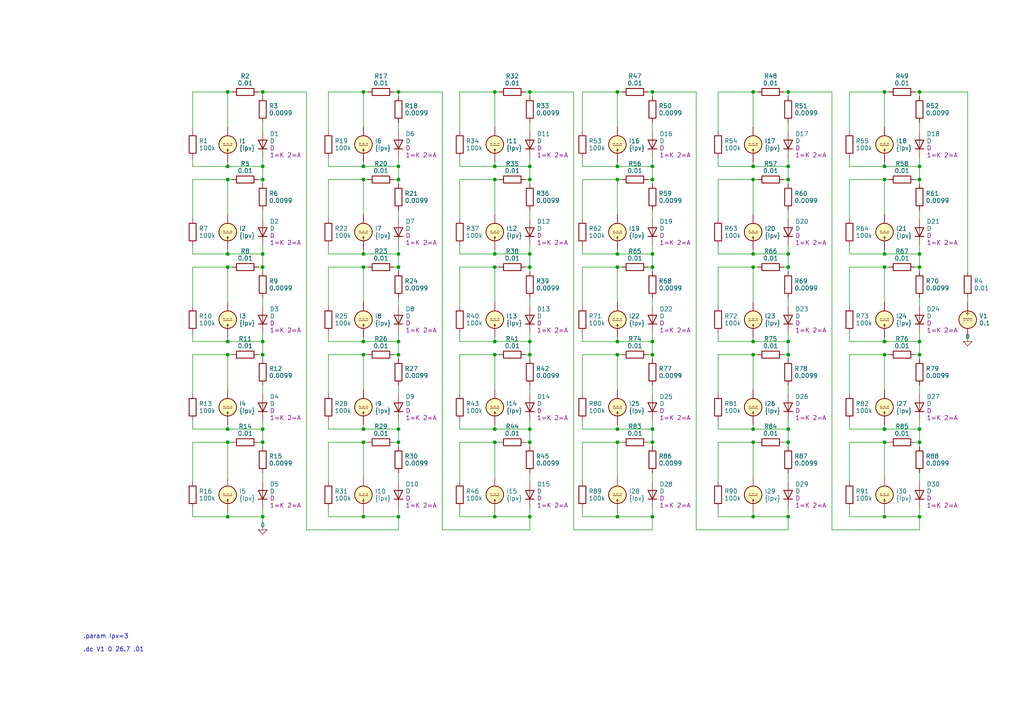
<source format=kicad_sch>
(kicad_sch (version 20230121) (generator eeschema)
  (paper "A4")
  (junction (at 256.54 48.26))
  (junction (at 256.54 52.07))
  (junction (at 143.51 48.26))
  (junction (at 228.6 99.06))
  (junction (at 228.6 73.66))
  (junction (at 266.7 128.27))
  (junction (at 66.04 102.87))
  (junction (at 179.07 26.67))
  (junction (at 153.67 124.46))
  (junction (at 115.57 48.26))
  (junction (at 266.7 48.26))
  (junction (at 115.57 99.06))
  (junction (at 179.07 52.07))
  (junction (at 179.07 77.47))
  (junction (at 189.23 73.66))
  (junction (at 266.7 77.47))
  (junction (at 115.57 128.27))
  (junction (at 143.51 26.67))
  (junction (at 266.7 102.87))
  (junction (at 189.23 52.07))
  (junction (at 266.7 99.06))
  (junction (at 143.51 73.66))
  (junction (at 179.07 99.06))
  (junction (at 76.2 128.27))
  (junction (at 189.23 102.87))
  (junction (at 76.2 149.86))
  (junction (at 153.67 52.07))
  (junction (at 115.57 26.67))
  (junction (at 105.41 124.46))
  (junction (at 143.51 52.07))
  (junction (at 218.44 124.46))
  (junction (at 218.44 99.06))
  (junction (at 189.23 128.27))
  (junction (at 218.44 48.26))
  (junction (at 105.41 128.27))
  (junction (at 153.67 26.67))
  (junction (at 115.57 73.66))
  (junction (at 105.41 99.06))
  (junction (at 153.67 149.86))
  (junction (at 143.51 149.86))
  (junction (at 66.04 48.26))
  (junction (at 143.51 128.27))
  (junction (at 143.51 102.87))
  (junction (at 179.07 124.46))
  (junction (at 256.54 77.47))
  (junction (at 179.07 73.66))
  (junction (at 105.41 77.47))
  (junction (at 153.67 73.66))
  (junction (at 189.23 26.67))
  (junction (at 76.2 99.06))
  (junction (at 105.41 149.86))
  (junction (at 76.2 77.47))
  (junction (at 189.23 124.46))
  (junction (at 266.7 52.07))
  (junction (at 189.23 77.47))
  (junction (at 143.51 99.06))
  (junction (at 179.07 128.27))
  (junction (at 76.2 102.87))
  (junction (at 228.6 149.86))
  (junction (at 66.04 77.47))
  (junction (at 266.7 73.66))
  (junction (at 153.67 102.87))
  (junction (at 105.41 26.67))
  (junction (at 218.44 73.66))
  (junction (at 218.44 26.67))
  (junction (at 153.67 128.27))
  (junction (at 153.67 48.26))
  (junction (at 189.23 149.86))
  (junction (at 76.2 73.66))
  (junction (at 256.54 99.06))
  (junction (at 105.41 48.26))
  (junction (at 228.6 124.46))
  (junction (at 115.57 149.86))
  (junction (at 76.2 124.46))
  (junction (at 256.54 73.66))
  (junction (at 266.7 124.46))
  (junction (at 66.04 128.27))
  (junction (at 143.51 124.46))
  (junction (at 76.2 52.07))
  (junction (at 66.04 73.66))
  (junction (at 218.44 77.47))
  (junction (at 66.04 52.07))
  (junction (at 115.57 124.46))
  (junction (at 115.57 52.07))
  (junction (at 66.04 26.67))
  (junction (at 115.57 77.47))
  (junction (at 76.2 48.26))
  (junction (at 218.44 52.07))
  (junction (at 66.04 124.46))
  (junction (at 228.6 52.07))
  (junction (at 105.41 52.07))
  (junction (at 218.44 149.86))
  (junction (at 66.04 149.86))
  (junction (at 228.6 102.87))
  (junction (at 256.54 124.46))
  (junction (at 189.23 99.06))
  (junction (at 256.54 26.67))
  (junction (at 143.51 77.47))
  (junction (at 105.41 73.66))
  (junction (at 228.6 26.67))
  (junction (at 179.07 48.26))
  (junction (at 179.07 149.86))
  (junction (at 76.2 26.67))
  (junction (at 266.7 149.86))
  (junction (at 228.6 128.27))
  (junction (at 153.67 99.06))
  (junction (at 153.67 77.47))
  (junction (at 256.54 128.27))
  (junction (at 179.07 102.87))
  (junction (at 228.6 77.47))
  (junction (at 228.6 48.26))
  (junction (at 266.7 26.67))
  (junction (at 256.54 149.86))
  (junction (at 256.54 102.87))
  (junction (at 115.57 102.87))
  (junction (at 66.04 99.06))
  (junction (at 105.41 102.87))
  (junction (at 189.23 48.26))
  (junction (at 218.44 102.87))
  (junction (at 218.44 128.27))
  (wire (pts (xy 115.57 124.46) (xy 115.57 128.27)))
  (wire (pts (xy 265.43 77.47) (xy 266.7 77.47)))
  (wire (pts (xy 115.57 111.76) (xy 115.57 114.3)))
  (wire (pts (xy 55.88 26.67) (xy 55.88 38.1)))
  (wire (pts (xy 180.34 77.47) (xy 179.07 77.47)))
  (wire (pts (xy 67.31 77.47) (xy 66.04 77.47)))
  (wire (pts (xy 227.33 102.87) (xy 228.6 102.87)))
  (wire (pts (xy 143.51 102.87) (xy 143.51 113.03)))
  (wire (pts (xy 66.04 99.06) (xy 76.2 99.06)))
  (wire (pts (xy 144.78 52.07) (xy 143.51 52.07)))
  (wire (pts (xy 115.57 73.66) (xy 115.57 77.47)))
  (wire (pts (xy 168.91 96.52) (xy 168.91 99.06)))
  (wire (pts (xy 153.67 99.06) (xy 153.67 102.87)))
  (wire (pts (xy 256.54 73.66) (xy 266.7 73.66)))
  (wire (pts (xy 218.44 73.66) (xy 228.6 73.66)))
  (wire (pts (xy 256.54 26.67) (xy 256.54 36.83)))
  (wire (pts (xy 105.41 52.07) (xy 95.25 52.07)))
  (wire (pts (xy 115.57 35.56) (xy 115.57 38.1)))
  (wire (pts (xy 153.67 96.52) (xy 153.67 99.06)))
  (wire (pts (xy 133.35 45.72) (xy 133.35 48.26)))
  (wire (pts (xy 227.33 26.67) (xy 228.6 26.67)))
  (wire (pts (xy 153.67 102.87) (xy 153.67 104.14)))
  (wire (pts (xy 153.67 73.66) (xy 153.67 77.47)))
  (wire (pts (xy 179.07 52.07) (xy 168.91 52.07)))
  (wire (pts (xy 228.6 45.72) (xy 228.6 48.26)))
  (wire (pts (xy 153.67 153.67) (xy 128.27 153.67)))
  (wire (pts (xy 105.41 149.86) (xy 115.57 149.86)))
  (wire (pts (xy 55.88 73.66) (xy 66.04 73.66)))
  (wire (pts (xy 67.31 102.87) (xy 66.04 102.87)))
  (wire (pts (xy 189.23 121.92) (xy 189.23 124.46)))
  (wire (pts (xy 257.81 102.87) (xy 256.54 102.87)))
  (wire (pts (xy 153.67 77.47) (xy 153.67 78.74)))
  (wire (pts (xy 256.54 123.19) (xy 256.54 124.46)))
  (wire (pts (xy 133.35 71.12) (xy 133.35 73.66)))
  (wire (pts (xy 114.3 52.07) (xy 115.57 52.07)))
  (wire (pts (xy 153.67 71.12) (xy 153.67 73.66)))
  (wire (pts (xy 76.2 86.36) (xy 76.2 88.9)))
  (wire (pts (xy 180.34 52.07) (xy 179.07 52.07)))
  (wire (pts (xy 266.7 121.92) (xy 266.7 124.46)))
  (wire (pts (xy 76.2 128.27) (xy 76.2 129.54)))
  (wire (pts (xy 106.68 77.47) (xy 105.41 77.47)))
  (wire (pts (xy 67.31 26.67) (xy 66.04 26.67)))
  (wire (pts (xy 153.67 26.67) (xy 153.67 27.94)))
  (wire (pts (xy 152.4 26.67) (xy 153.67 26.67)))
  (wire (pts (xy 95.25 45.72) (xy 95.25 48.26)))
  (wire (pts (xy 266.7 147.32) (xy 266.7 149.86)))
  (wire (pts (xy 105.41 26.67) (xy 95.25 26.67)))
  (wire (pts (xy 143.51 52.07) (xy 143.51 62.23)))
  (wire (pts (xy 227.33 128.27) (xy 228.6 128.27)))
  (wire (pts (xy 95.25 99.06) (xy 105.41 99.06)))
  (wire (pts (xy 133.35 149.86) (xy 143.51 149.86)))
  (wire (pts (xy 143.51 77.47) (xy 143.51 87.63)))
  (wire (pts (xy 128.27 153.67) (xy 128.27 26.67)))
  (wire (pts (xy 189.23 77.47) (xy 189.23 78.74)))
  (wire (pts (xy 55.88 45.72) (xy 55.88 48.26)))
  (wire (pts (xy 187.96 52.07) (xy 189.23 52.07)))
  (wire (pts (xy 74.93 128.27) (xy 76.2 128.27)))
  (wire (pts (xy 280.67 86.36) (xy 280.67 87.63)))
  (wire (pts (xy 133.35 48.26) (xy 143.51 48.26)))
  (wire (pts (xy 189.23 111.76) (xy 189.23 114.3)))
  (wire (pts (xy 218.44 48.26) (xy 228.6 48.26)))
  (wire (pts (xy 219.71 102.87) (xy 218.44 102.87)))
  (wire (pts (xy 55.88 77.47) (xy 55.88 88.9)))
  (wire (pts (xy 256.54 97.79) (xy 256.54 99.06)))
  (wire (pts (xy 105.41 48.26) (xy 115.57 48.26)))
  (wire (pts (xy 143.51 26.67) (xy 133.35 26.67)))
  (wire (pts (xy 266.7 73.66) (xy 266.7 77.47)))
  (wire (pts (xy 179.07 124.46) (xy 189.23 124.46)))
  (wire (pts (xy 280.67 97.79) (xy 280.67 99.06)))
  (wire (pts (xy 280.67 26.67) (xy 280.67 78.74)))
  (wire (pts (xy 76.2 71.12) (xy 76.2 73.66)))
  (wire (pts (xy 228.6 102.87) (xy 228.6 104.14)))
  (wire (pts (xy 115.57 71.12) (xy 115.57 73.66)))
  (wire (pts (xy 179.07 52.07) (xy 179.07 62.23)))
  (wire (pts (xy 168.91 149.86) (xy 179.07 149.86)))
  (wire (pts (xy 256.54 72.39) (xy 256.54 73.66)))
  (wire (pts (xy 208.28 149.86) (xy 218.44 149.86)))
  (wire (pts (xy 168.91 71.12) (xy 168.91 73.66)))
  (wire (pts (xy 228.6 73.66) (xy 228.6 77.47)))
  (wire (pts (xy 55.88 121.92) (xy 55.88 124.46)))
  (wire (pts (xy 180.34 26.67) (xy 179.07 26.67)))
  (wire (pts (xy 218.44 124.46) (xy 228.6 124.46)))
  (wire (pts (xy 228.6 124.46) (xy 228.6 128.27)))
  (wire (pts (xy 133.35 52.07) (xy 133.35 63.5)))
  (wire (pts (xy 208.28 52.07) (xy 208.28 63.5)))
  (wire (pts (xy 105.41 52.07) (xy 105.41 62.23)))
  (wire (pts (xy 266.7 149.86) (xy 266.7 153.67)))
  (wire (pts (xy 105.41 128.27) (xy 95.25 128.27)))
  (wire (pts (xy 228.6 60.96) (xy 228.6 63.5)))
  (wire (pts (xy 266.7 153.67) (xy 241.3 153.67)))
  (wire (pts (xy 105.41 77.47) (xy 105.41 87.63)))
  (wire (pts (xy 179.07 72.39) (xy 179.07 73.66)))
  (wire (pts (xy 187.96 26.67) (xy 189.23 26.67)))
  (wire (pts (xy 246.38 147.32) (xy 246.38 149.86)))
  (wire (pts (xy 208.28 77.47) (xy 208.28 88.9)))
  (wire (pts (xy 106.68 128.27) (xy 105.41 128.27)))
  (wire (pts (xy 246.38 77.47) (xy 246.38 88.9)))
  (wire (pts (xy 265.43 102.87) (xy 266.7 102.87)))
  (wire (pts (xy 280.67 26.67) (xy 266.7 26.67)))
  (wire (pts (xy 228.6 96.52) (xy 228.6 99.06)))
  (wire (pts (xy 76.2 26.67) (xy 76.2 27.94)))
  (wire (pts (xy 179.07 73.66) (xy 189.23 73.66)))
  (wire (pts (xy 115.57 121.92) (xy 115.57 124.46)))
  (wire (pts (xy 95.25 48.26) (xy 105.41 48.26)))
  (wire (pts (xy 266.7 48.26) (xy 266.7 52.07)))
  (wire (pts (xy 95.25 124.46) (xy 105.41 124.46)))
  (wire (pts (xy 153.67 111.76) (xy 153.67 114.3)))
  (wire (pts (xy 246.38 45.72) (xy 246.38 48.26)))
  (wire (pts (xy 228.6 26.67) (xy 228.6 27.94)))
  (wire (pts (xy 88.9 153.67) (xy 115.57 153.67)))
  (wire (pts (xy 189.23 147.32) (xy 189.23 149.86)))
  (wire (pts (xy 189.23 48.26) (xy 189.23 52.07)))
  (wire (pts (xy 208.28 96.52) (xy 208.28 99.06)))
  (wire (pts (xy 168.91 99.06) (xy 179.07 99.06)))
  (wire (pts (xy 66.04 26.67) (xy 66.04 36.83)))
  (wire (pts (xy 266.7 111.76) (xy 266.7 114.3)))
  (wire (pts (xy 55.88 71.12) (xy 55.88 73.66)))
  (wire (pts (xy 189.23 128.27) (xy 189.23 129.54)))
  (wire (pts (xy 179.07 123.19) (xy 179.07 124.46)))
  (wire (pts (xy 105.41 26.67) (xy 105.41 36.83)))
  (wire (pts (xy 208.28 26.67) (xy 208.28 38.1)))
  (wire (pts (xy 257.81 52.07) (xy 256.54 52.07)))
  (wire (pts (xy 168.91 45.72) (xy 168.91 48.26)))
  (wire (pts (xy 218.44 102.87) (xy 208.28 102.87)))
  (wire (pts (xy 179.07 102.87) (xy 179.07 113.03)))
  (wire (pts (xy 218.44 26.67) (xy 218.44 36.83)))
  (wire (pts (xy 76.2 35.56) (xy 76.2 38.1)))
  (wire (pts (xy 95.25 77.47) (xy 95.25 88.9)))
  (wire (pts (xy 246.38 99.06) (xy 256.54 99.06)))
  (wire (pts (xy 153.67 26.67) (xy 166.37 26.67)))
  (wire (pts (xy 66.04 72.39) (xy 66.04 73.66)))
  (wire (pts (xy 218.44 77.47) (xy 208.28 77.47)))
  (wire (pts (xy 66.04 77.47) (xy 66.04 87.63)))
  (wire (pts (xy 66.04 148.59) (xy 66.04 149.86)))
  (wire (pts (xy 115.57 86.36) (xy 115.57 88.9)))
  (wire (pts (xy 219.71 52.07) (xy 218.44 52.07)))
  (wire (pts (xy 246.38 52.07) (xy 246.38 63.5)))
  (wire (pts (xy 76.2 149.86) (xy 76.2 153.67)))
  (wire (pts (xy 266.7 45.72) (xy 266.7 48.26)))
  (wire (pts (xy 133.35 26.67) (xy 133.35 38.1)))
  (wire (pts (xy 76.2 124.46) (xy 76.2 128.27)))
  (wire (pts (xy 189.23 45.72) (xy 189.23 48.26)))
  (wire (pts (xy 144.78 77.47) (xy 143.51 77.47)))
  (wire (pts (xy 179.07 77.47) (xy 168.91 77.47)))
  (wire (pts (xy 208.28 124.46) (xy 218.44 124.46)))
  (wire (pts (xy 133.35 73.66) (xy 143.51 73.66)))
  (wire (pts (xy 168.91 121.92) (xy 168.91 124.46)))
  (wire (pts (xy 256.54 149.86) (xy 266.7 149.86)))
  (wire (pts (xy 266.7 86.36) (xy 266.7 88.9)))
  (wire (pts (xy 189.23 137.16) (xy 189.23 139.7)))
  (wire (pts (xy 189.23 73.66) (xy 189.23 77.47)))
  (wire (pts (xy 106.68 52.07) (xy 105.41 52.07)))
  (wire (pts (xy 115.57 147.32) (xy 115.57 149.86)))
  (wire (pts (xy 55.88 52.07) (xy 55.88 63.5)))
  (wire (pts (xy 66.04 128.27) (xy 55.88 128.27)))
  (wire (pts (xy 257.81 26.67) (xy 256.54 26.67)))
  (wire (pts (xy 168.91 128.27) (xy 168.91 139.7)))
  (wire (pts (xy 88.9 26.67) (xy 88.9 153.67)))
  (wire (pts (xy 179.07 128.27) (xy 168.91 128.27)))
  (wire (pts (xy 76.2 147.32) (xy 76.2 149.86)))
  (wire (pts (xy 266.7 77.47) (xy 266.7 78.74)))
  (wire (pts (xy 143.51 46.99) (xy 143.51 48.26)))
  (wire (pts (xy 189.23 71.12) (xy 189.23 73.66)))
  (wire (pts (xy 228.6 147.32) (xy 228.6 149.86)))
  (wire (pts (xy 66.04 48.26) (xy 76.2 48.26)))
  (wire (pts (xy 246.38 48.26) (xy 256.54 48.26)))
  (wire (pts (xy 66.04 128.27) (xy 66.04 138.43)))
  (wire (pts (xy 74.93 26.67) (xy 76.2 26.67)))
  (wire (pts (xy 76.2 137.16) (xy 76.2 139.7)))
  (wire (pts (xy 228.6 35.56) (xy 228.6 38.1)))
  (wire (pts (xy 133.35 102.87) (xy 133.35 114.3)))
  (wire (pts (xy 266.7 137.16) (xy 266.7 139.7)))
  (wire (pts (xy 256.54 26.67) (xy 246.38 26.67)))
  (wire (pts (xy 218.44 72.39) (xy 218.44 73.66)))
  (wire (pts (xy 266.7 99.06) (xy 266.7 102.87)))
  (wire (pts (xy 179.07 99.06) (xy 189.23 99.06)))
  (wire (pts (xy 266.7 96.52) (xy 266.7 99.06)))
  (wire (pts (xy 208.28 121.92) (xy 208.28 124.46)))
  (wire (pts (xy 228.6 71.12) (xy 228.6 73.66)))
  (wire (pts (xy 246.38 102.87) (xy 246.38 114.3)))
  (wire (pts (xy 76.2 45.72) (xy 76.2 48.26)))
  (wire (pts (xy 105.41 73.66) (xy 115.57 73.66)))
  (wire (pts (xy 228.6 86.36) (xy 228.6 88.9)))
  (wire (pts (xy 133.35 77.47) (xy 133.35 88.9)))
  (wire (pts (xy 228.6 99.06) (xy 228.6 102.87)))
  (wire (pts (xy 76.2 52.07) (xy 76.2 53.34)))
  (wire (pts (xy 133.35 96.52) (xy 133.35 99.06)))
  (wire (pts (xy 187.96 102.87) (xy 189.23 102.87)))
  (wire (pts (xy 105.41 124.46) (xy 115.57 124.46)))
  (wire (pts (xy 66.04 52.07) (xy 55.88 52.07)))
  (wire (pts (xy 208.28 48.26) (xy 218.44 48.26)))
  (wire (pts (xy 189.23 149.86) (xy 189.23 153.67)))
  (wire (pts (xy 168.91 124.46) (xy 179.07 124.46)))
  (wire (pts (xy 153.67 124.46) (xy 153.67 128.27)))
  (wire (pts (xy 266.7 128.27) (xy 266.7 129.54)))
  (wire (pts (xy 218.44 148.59) (xy 218.44 149.86)))
  (wire (pts (xy 143.51 26.67) (xy 143.51 36.83)))
  (wire (pts (xy 115.57 96.52) (xy 115.57 99.06)))
  (wire (pts (xy 266.7 26.67) (xy 266.7 27.94)))
  (wire (pts (xy 74.93 77.47) (xy 76.2 77.47)))
  (wire (pts (xy 256.54 102.87) (xy 256.54 113.03)))
  (wire (pts (xy 115.57 137.16) (xy 115.57 139.7)))
  (wire (pts (xy 187.96 77.47) (xy 189.23 77.47)))
  (wire (pts (xy 228.6 128.27) (xy 228.6 129.54)))
  (wire (pts (xy 256.54 148.59) (xy 256.54 149.86)))
  (wire (pts (xy 179.07 48.26) (xy 189.23 48.26)))
  (wire (pts (xy 228.6 137.16) (xy 228.6 139.7)))
  (wire (pts (xy 265.43 26.67) (xy 266.7 26.67)))
  (wire (pts (xy 143.51 72.39) (xy 143.51 73.66)))
  (wire (pts (xy 105.41 128.27) (xy 105.41 138.43)))
  (wire (pts (xy 76.2 96.52) (xy 76.2 99.06)))
  (wire (pts (xy 168.91 73.66) (xy 179.07 73.66)))
  (wire (pts (xy 246.38 73.66) (xy 256.54 73.66)))
  (wire (pts (xy 266.7 102.87) (xy 266.7 104.14)))
  (wire (pts (xy 241.3 153.67) (xy 241.3 26.67)))
  (wire (pts (xy 246.38 124.46) (xy 256.54 124.46)))
  (wire (pts (xy 218.44 123.19) (xy 218.44 124.46)))
  (wire (pts (xy 55.88 128.27) (xy 55.88 139.7)))
  (wire (pts (xy 256.54 128.27) (xy 256.54 138.43)))
  (wire (pts (xy 115.57 60.96) (xy 115.57 63.5)))
  (wire (pts (xy 76.2 26.67) (xy 88.9 26.67)))
  (wire (pts (xy 208.28 128.27) (xy 208.28 139.7)))
  (wire (pts (xy 218.44 77.47) (xy 218.44 87.63)))
  (wire (pts (xy 106.68 26.67) (xy 105.41 26.67)))
  (wire (pts (xy 168.91 147.32) (xy 168.91 149.86)))
  (wire (pts (xy 115.57 26.67) (xy 115.57 27.94)))
  (wire (pts (xy 266.7 35.56) (xy 266.7 38.1)))
  (wire (pts (xy 95.25 128.27) (xy 95.25 139.7)))
  (wire (pts (xy 218.44 128.27) (xy 218.44 138.43)))
  (wire (pts (xy 115.57 149.86) (xy 115.57 153.67)))
  (wire (pts (xy 66.04 102.87) (xy 55.88 102.87)))
  (wire (pts (xy 143.51 52.07) (xy 133.35 52.07)))
  (wire (pts (xy 66.04 73.66) (xy 76.2 73.66)))
  (wire (pts (xy 115.57 48.26) (xy 115.57 52.07)))
  (wire (pts (xy 218.44 52.07) (xy 208.28 52.07)))
  (wire (pts (xy 115.57 77.47) (xy 115.57 78.74)))
  (wire (pts (xy 218.44 128.27) (xy 208.28 128.27)))
  (wire (pts (xy 115.57 128.27) (xy 115.57 129.54)))
  (wire (pts (xy 55.88 48.26) (xy 66.04 48.26)))
  (wire (pts (xy 179.07 46.99) (xy 179.07 48.26)))
  (wire (pts (xy 143.51 148.59) (xy 143.51 149.86)))
  (wire (pts (xy 133.35 121.92) (xy 133.35 124.46)))
  (wire (pts (xy 256.54 128.27) (xy 246.38 128.27)))
  (wire (pts (xy 76.2 73.66) (xy 76.2 77.47)))
  (wire (pts (xy 153.67 137.16) (xy 153.67 139.7)))
  (wire (pts (xy 74.93 52.07) (xy 76.2 52.07)))
  (wire (pts (xy 133.35 124.46) (xy 143.51 124.46)))
  (wire (pts (xy 189.23 35.56) (xy 189.23 38.1)))
  (wire (pts (xy 153.67 60.96) (xy 153.67 63.5)))
  (wire (pts (xy 168.91 77.47) (xy 168.91 88.9)))
  (wire (pts (xy 133.35 128.27) (xy 133.35 139.7)))
  (wire (pts (xy 95.25 26.67) (xy 95.25 38.1)))
  (wire (pts (xy 115.57 102.87) (xy 115.57 104.14)))
  (wire (pts (xy 55.88 102.87) (xy 55.88 114.3)))
  (wire (pts (xy 241.3 26.67) (xy 228.6 26.67)))
  (wire (pts (xy 266.7 124.46) (xy 266.7 128.27)))
  (wire (pts (xy 168.91 26.67) (xy 168.91 38.1)))
  (wire (pts (xy 189.23 52.07) (xy 189.23 53.34)))
  (wire (pts (xy 179.07 26.67) (xy 179.07 36.83)))
  (wire (pts (xy 153.67 45.72) (xy 153.67 48.26)))
  (wire (pts (xy 256.54 77.47) (xy 256.54 87.63)))
  (wire (pts (xy 266.7 52.07) (xy 266.7 53.34)))
  (wire (pts (xy 189.23 26.67) (xy 189.23 27.94)))
  (wire (pts (xy 218.44 46.99) (xy 218.44 48.26)))
  (wire (pts (xy 246.38 71.12) (xy 246.38 73.66)))
  (wire (pts (xy 128.27 26.67) (xy 115.57 26.67)))
  (wire (pts (xy 153.67 48.26) (xy 153.67 52.07)))
  (wire (pts (xy 256.54 77.47) (xy 246.38 77.47)))
  (wire (pts (xy 152.4 52.07) (xy 153.67 52.07)))
  (wire (pts (xy 76.2 77.47) (xy 76.2 78.74)))
  (wire (pts (xy 153.67 52.07) (xy 153.67 53.34)))
  (wire (pts (xy 265.43 128.27) (xy 266.7 128.27)))
  (wire (pts (xy 66.04 102.87) (xy 66.04 113.03)))
  (wire (pts (xy 256.54 46.99) (xy 256.54 48.26)))
  (wire (pts (xy 143.51 128.27) (xy 133.35 128.27)))
  (wire (pts (xy 219.71 26.67) (xy 218.44 26.67)))
  (wire (pts (xy 105.41 102.87) (xy 105.41 113.03)))
  (wire (pts (xy 95.25 147.32) (xy 95.25 149.86)))
  (wire (pts (xy 256.54 124.46) (xy 266.7 124.46)))
  (wire (pts (xy 66.04 124.46) (xy 76.2 124.46)))
  (wire (pts (xy 218.44 149.86) (xy 228.6 149.86)))
  (wire (pts (xy 168.91 48.26) (xy 179.07 48.26)))
  (wire (pts (xy 246.38 26.67) (xy 246.38 38.1)))
  (wire (pts (xy 66.04 52.07) (xy 66.04 62.23)))
  (wire (pts (xy 180.34 102.87) (xy 179.07 102.87)))
  (wire (pts (xy 105.41 148.59) (xy 105.41 149.86)))
  (wire (pts (xy 189.23 102.87) (xy 189.23 104.14)))
  (wire (pts (xy 143.51 102.87) (xy 133.35 102.87)))
  (wire (pts (xy 266.7 71.12) (xy 266.7 73.66)))
  (wire (pts (xy 144.78 102.87) (xy 143.51 102.87)))
  (wire (pts (xy 133.35 147.32) (xy 133.35 149.86)))
  (wire (pts (xy 208.28 147.32) (xy 208.28 149.86)))
  (wire (pts (xy 55.88 99.06) (xy 66.04 99.06)))
  (wire (pts (xy 266.7 60.96) (xy 266.7 63.5)))
  (wire (pts (xy 152.4 77.47) (xy 153.67 77.47)))
  (wire (pts (xy 66.04 46.99) (xy 66.04 48.26)))
  (wire (pts (xy 106.68 102.87) (xy 105.41 102.87)))
  (wire (pts (xy 152.4 102.87) (xy 153.67 102.87)))
  (wire (pts (xy 208.28 99.06) (xy 218.44 99.06)))
  (wire (pts (xy 228.6 52.07) (xy 228.6 53.34)))
  (wire (pts (xy 105.41 123.19) (xy 105.41 124.46)))
  (wire (pts (xy 143.51 48.26) (xy 153.67 48.26)))
  (wire (pts (xy 153.67 147.32) (xy 153.67 149.86)))
  (wire (pts (xy 143.51 123.19) (xy 143.51 124.46)))
  (wire (pts (xy 218.44 102.87) (xy 218.44 113.03)))
  (wire (pts (xy 143.51 128.27) (xy 143.51 138.43)))
  (wire (pts (xy 55.88 147.32) (xy 55.88 149.86)))
  (wire (pts (xy 105.41 102.87) (xy 95.25 102.87)))
  (wire (pts (xy 115.57 45.72) (xy 115.57 48.26)))
  (wire (pts (xy 246.38 149.86) (xy 256.54 149.86)))
  (wire (pts (xy 257.81 77.47) (xy 256.54 77.47)))
  (wire (pts (xy 256.54 52.07) (xy 246.38 52.07)))
  (wire (pts (xy 228.6 121.92) (xy 228.6 124.46)))
  (wire (pts (xy 228.6 149.86) (xy 228.6 153.67)))
  (wire (pts (xy 168.91 52.07) (xy 168.91 63.5)))
  (wire (pts (xy 95.25 102.87) (xy 95.25 114.3)))
  (wire (pts (xy 55.88 96.52) (xy 55.88 99.06)))
  (wire (pts (xy 218.44 99.06) (xy 228.6 99.06)))
  (wire (pts (xy 133.35 99.06) (xy 143.51 99.06)))
  (wire (pts (xy 179.07 77.47) (xy 179.07 87.63)))
  (wire (pts (xy 179.07 26.67) (xy 168.91 26.67)))
  (wire (pts (xy 189.23 96.52) (xy 189.23 99.06)))
  (wire (pts (xy 105.41 99.06) (xy 115.57 99.06)))
  (wire (pts (xy 179.07 128.27) (xy 179.07 138.43)))
  (wire (pts (xy 189.23 99.06) (xy 189.23 102.87)))
  (wire (pts (xy 95.25 52.07) (xy 95.25 63.5)))
  (wire (pts (xy 179.07 149.86) (xy 189.23 149.86)))
  (wire (pts (xy 76.2 121.92) (xy 76.2 124.46)))
  (wire (pts (xy 55.88 124.46) (xy 66.04 124.46)))
  (wire (pts (xy 208.28 102.87) (xy 208.28 114.3)))
  (wire (pts (xy 76.2 102.87) (xy 76.2 104.14)))
  (wire (pts (xy 105.41 77.47) (xy 95.25 77.47)))
  (wire (pts (xy 256.54 102.87) (xy 246.38 102.87)))
  (wire (pts (xy 95.25 96.52) (xy 95.25 99.06)))
  (wire (pts (xy 208.28 73.66) (xy 218.44 73.66)))
  (wire (pts (xy 105.41 72.39) (xy 105.41 73.66)))
  (wire (pts (xy 246.38 121.92) (xy 246.38 124.46)))
  (wire (pts (xy 95.25 73.66) (xy 105.41 73.66)))
  (wire (pts (xy 257.81 128.27) (xy 256.54 128.27)))
  (wire (pts (xy 105.41 46.99) (xy 105.41 48.26)))
  (wire (pts (xy 115.57 99.06) (xy 115.57 102.87)))
  (wire (pts (xy 76.2 111.76) (xy 76.2 114.3)))
  (wire (pts (xy 143.51 73.66) (xy 153.67 73.66)))
  (wire (pts (xy 265.43 52.07) (xy 266.7 52.07)))
  (wire (pts (xy 143.51 77.47) (xy 133.35 77.47)))
  (wire (pts (xy 114.3 77.47) (xy 115.57 77.47)))
  (wire (pts (xy 246.38 128.27) (xy 246.38 139.7)))
  (wire (pts (xy 208.28 71.12) (xy 208.28 73.66)))
  (wire (pts (xy 55.88 149.86) (xy 66.04 149.86)))
  (wire (pts (xy 66.04 149.86) (xy 76.2 149.86)))
  (wire (pts (xy 228.6 111.76) (xy 228.6 114.3)))
  (wire (pts (xy 189.23 26.67) (xy 201.93 26.67)))
  (wire (pts (xy 95.25 121.92) (xy 95.25 124.46)))
  (wire (pts (xy 74.93 102.87) (xy 76.2 102.87)))
  (wire (pts (xy 218.44 52.07) (xy 218.44 62.23)))
  (wire (pts (xy 153.67 128.27) (xy 153.67 129.54)))
  (wire (pts (xy 179.07 148.59) (xy 179.07 149.86)))
  (wire (pts (xy 153.67 121.92) (xy 153.67 124.46)))
  (wire (pts (xy 187.96 128.27) (xy 189.23 128.27)))
  (wire (pts (xy 66.04 97.79) (xy 66.04 99.06)))
  (wire (pts (xy 180.34 128.27) (xy 179.07 128.27)))
  (wire (pts (xy 144.78 26.67) (xy 143.51 26.67)))
  (wire (pts (xy 256.54 52.07) (xy 256.54 62.23)))
  (wire (pts (xy 114.3 26.67) (xy 115.57 26.67)))
  (wire (pts (xy 152.4 128.27) (xy 153.67 128.27)))
  (wire (pts (xy 208.28 45.72) (xy 208.28 48.26)))
  (wire (pts (xy 228.6 48.26) (xy 228.6 52.07)))
  (wire (pts (xy 143.51 149.86) (xy 153.67 149.86)))
  (wire (pts (xy 201.93 153.67) (xy 228.6 153.67)))
  (wire (pts (xy 143.51 99.06) (xy 153.67 99.06)))
  (wire (pts (xy 115.57 52.07) (xy 115.57 53.34)))
  (wire (pts (xy 143.51 97.79) (xy 143.51 99.06)))
  (wire (pts (xy 256.54 48.26) (xy 266.7 48.26)))
  (wire (pts (xy 246.38 96.52) (xy 246.38 99.06)))
  (wire (pts (xy 67.31 52.07) (xy 66.04 52.07)))
  (wire (pts (xy 219.71 77.47) (xy 218.44 77.47)))
  (wire (pts (xy 76.2 48.26) (xy 76.2 52.07)))
  (wire (pts (xy 153.67 35.56) (xy 153.67 38.1)))
  (wire (pts (xy 153.67 86.36) (xy 153.67 88.9)))
  (wire (pts (xy 218.44 97.79) (xy 218.44 99.06)))
  (wire (pts (xy 95.25 149.86) (xy 105.41 149.86)))
  (wire (pts (xy 218.44 26.67) (xy 208.28 26.67)))
  (wire (pts (xy 227.33 77.47) (xy 228.6 77.47)))
  (wire (pts (xy 201.93 26.67) (xy 201.93 153.67)))
  (wire (pts (xy 189.23 124.46) (xy 189.23 128.27)))
  (wire (pts (xy 166.37 153.67) (xy 189.23 153.67)))
  (wire (pts (xy 114.3 128.27) (xy 115.57 128.27)))
  (wire (pts (xy 95.25 71.12) (xy 95.25 73.66)))
  (wire (pts (xy 144.78 128.27) (xy 143.51 128.27)))
  (wire (pts (xy 76.2 60.96) (xy 76.2 63.5)))
  (wire (pts (xy 66.04 123.19) (xy 66.04 124.46)))
  (wire (pts (xy 143.51 124.46) (xy 153.67 124.46)))
  (wire (pts (xy 256.54 99.06) (xy 266.7 99.06)))
  (wire (pts (xy 153.67 149.86) (xy 153.67 153.67)))
  (wire (pts (xy 168.91 102.87) (xy 168.91 114.3)))
  (wire (pts (xy 76.2 99.06) (xy 76.2 102.87)))
  (wire (pts (xy 219.71 128.27) (xy 218.44 128.27)))
  (wire (pts (xy 179.07 102.87) (xy 168.91 102.87)))
  (wire (pts (xy 105.41 97.79) (xy 105.41 99.06)))
  (wire (pts (xy 66.04 26.67) (xy 55.88 26.67)))
  (wire (pts (xy 114.3 102.87) (xy 115.57 102.87)))
  (wire (pts (xy 189.23 60.96) (xy 189.23 63.5)))
  (wire (pts (xy 228.6 77.47) (xy 228.6 78.74)))
  (wire (pts (xy 67.31 128.27) (xy 66.04 128.27)))
  (wire (pts (xy 189.23 86.36) (xy 189.23 88.9)))
  (wire (pts (xy 166.37 26.67) (xy 166.37 153.67)))
  (wire (pts (xy 227.33 52.07) (xy 228.6 52.07)))
  (wire (pts (xy 179.07 97.79) (xy 179.07 99.06)))
  (wire (pts (xy 66.04 77.47) (xy 55.88 77.47)))
  (text ".dc V1 0 26.7 .01\n" (at 24.13 189.23 0) (effects (font (size 1.27 1.27)) (justify left bottom)))
  (text ".param Ipv=3" (at 24.13 185.42 0) (effects (font (size 1.27 1.27)) (justify left bottom)))
  (symbol (lib_id "Simulation_SPICE:D") (at 266.7 92.71 90) (unit 1)
    (property "Reference" "D24" (at 268.732 89.638 90) (effects (justify right)))
    (property "Value" "D" (at 268.732 91.686 90) (effects (justify right)))
    (property "Sim.Device" "D" (at 268.732 93.734 90) (effects (justify right)))
    (property "Sim.Pins" "1=K 2=A" (at 268.732 95.782 90) (effects (justify right)))
  )
  (symbol (lib_id "Device:R") (at 71.12 52.07 90) (unit 1)
    (property "Reference" "R5" (at 71.12 47.474 90))
    (property "Value" "0.01" (at 71.12 49.522 90))
  )
  (symbol (lib_id "Device:R") (at 208.28 118.11 0) (unit 1)
    (property "Reference" "R81" (at 210.058 117.086 0) (effects (justify left)))
    (property "Value" "100k" (at 210.058 119.134 0) (effects (justify left)))
  )
  (symbol (lib_id "Simulation_SPICE:IDC") (at 105.41 41.91 180) (unit 1)
    (property "Reference" "I6" (at 108.712 40.886 0) (effects (justify right)))
    (property "Value" "{Ipv}" (at 108.712 42.934 0) (effects (justify right)))
    (property "Sim.Pins" "1=+ 2=-" (effects hide))
    (property "Sim.Type" "DC" (effects hide))
    (property "Sim.Device" "I" (effects hide))
    (property "Sim.Params" "dc={Ipv}" (effects hide))
  )
  (symbol (lib_id "Device:R") (at 223.52 77.47 90) (unit 1)
    (property "Reference" "R66" (at 223.52 72.874 90))
    (property "Value" "0.01" (at 223.52 74.922 90))
  )
  (symbol (lib_id "Simulation_SPICE:IDC") (at 143.51 41.91 180) (unit 1)
    (property "Reference" "I11" (at 146.812 40.886 0) (effects (justify right)))
    (property "Value" "{Ipv}" (at 146.812 42.934 0) (effects (justify right)))
    (property "Sim.Pins" "1=+ 2=-" (effects hide))
    (property "Sim.Type" "DC" (effects hide))
    (property "Sim.Device" "I" (effects hide))
    (property "Sim.Params" "dc={Ipv}" (effects hide))
  )
  (symbol (lib_id "Device:R") (at 208.28 143.51 0) (unit 1)
    (property "Reference" "R90" (at 210.058 142.486 0) (effects (justify left)))
    (property "Value" "100k" (at 210.058 144.534 0) (effects (justify left)))
  )
  (symbol (lib_id "Device:R") (at 223.52 102.87 90) (unit 1)
    (property "Reference" "R75" (at 223.52 98.274 90))
    (property "Value" "0.01" (at 223.52 100.322 90))
  )
  (symbol (lib_id "Simulation_SPICE:IDC") (at 179.07 67.31 180) (unit 1)
    (property "Reference" "I19" (at 182.372 66.286 0) (effects (justify right)))
    (property "Value" "{Ipv}" (at 182.372 68.334 0) (effects (justify right)))
    (property "Sim.Pins" "1=+ 2=-" (effects hide))
    (property "Sim.Type" "DC" (effects hide))
    (property "Sim.Device" "I" (effects hide))
    (property "Sim.Params" "dc={Ipv}" (effects hide))
  )
  (symbol (lib_id "Simulation_SPICE:0") (at 280.67 99.06 0) (unit 1)
    (property "Reference" "#GND01" (effects hide))
    (property "Value" "0" (at 280.67 97.655 0))
  )
  (symbol (lib_id "Device:R") (at 184.15 102.87 90) (unit 1)
    (property "Reference" "R74" (at 184.15 98.274 90))
    (property "Value" "0.01" (at 184.15 100.322 90))
  )
  (symbol (lib_id "Simulation_SPICE:D") (at 76.2 118.11 90) (unit 1)
    (property "Reference" "D4" (at 78.232 115.038 90) (effects (justify right)))
    (property "Value" "D" (at 78.232 117.086 90) (effects (justify right)))
    (property "Sim.Device" "D" (at 78.232 119.134 90) (effects (justify right)))
    (property "Sim.Pins" "1=K 2=A" (at 78.232 121.182 90) (effects (justify right)))
  )
  (symbol (lib_id "Device:R") (at 148.59 102.87 90) (unit 1)
    (property "Reference" "R41" (at 148.59 98.274 90))
    (property "Value" "0.01" (at 148.59 100.322 90))
  )
  (symbol (lib_id "Simulation_SPICE:D") (at 189.23 118.11 90) (unit 1)
    (property "Reference" "D25" (at 191.262 115.038 90) (effects (justify right)))
    (property "Value" "D" (at 191.262 117.086 90) (effects (justify right)))
    (property "Sim.Device" "D" (at 191.262 119.134 90) (effects (justify right)))
    (property "Sim.Pins" "1=K 2=A" (at 191.262 121.182 90) (effects (justify right)))
  )
  (symbol (lib_id "Simulation_SPICE:D") (at 76.2 143.51 90) (unit 1)
    (property "Reference" "D5" (at 78.232 140.438 90) (effects (justify right)))
    (property "Value" "D" (at 78.232 142.486 90) (effects (justify right)))
    (property "Sim.Device" "D" (at 78.232 144.534 90) (effects (justify right)))
    (property "Sim.Pins" "1=K 2=A" (at 78.232 146.582 90) (effects (justify right)))
  )
  (symbol (lib_id "Simulation_SPICE:IDC") (at 105.41 143.51 180) (unit 1)
    (property "Reference" "I10" (at 108.712 142.486 0) (effects (justify right)))
    (property "Value" "{Ipv}" (at 108.712 144.534 0) (effects (justify right)))
    (property "Sim.Pins" "1=+ 2=-" (effects hide))
    (property "Sim.Type" "DC" (effects hide))
    (property "Sim.Device" "I" (effects hide))
    (property "Sim.Params" "dc={Ipv}" (effects hide))
  )
  (symbol (lib_id "Device:R") (at 55.88 67.31 0) (unit 1)
    (property "Reference" "R7" (at 57.658 66.286 0) (effects (justify left)))
    (property "Value" "100k" (at 57.658 68.334 0) (effects (justify left)))
  )
  (symbol (lib_id "Simulation_SPICE:D") (at 266.7 118.11 90) (unit 1)
    (property "Reference" "D27" (at 268.732 115.038 90) (effects (justify right)))
    (property "Value" "D" (at 268.732 117.086 90) (effects (justify right)))
    (property "Sim.Device" "D" (at 268.732 119.134 90) (effects (justify right)))
    (property "Sim.Pins" "1=K 2=A" (at 268.732 121.182 90) (effects (justify right)))
  )
  (symbol (lib_id "Simulation_SPICE:IDC") (at 143.51 92.71 180) (unit 1)
    (property "Reference" "I13" (at 146.812 91.686 0) (effects (justify right)))
    (property "Value" "{Ipv}" (at 146.812 93.734 0) (effects (justify right)))
    (property "Sim.Pins" "1=+ 2=-" (effects hide))
    (property "Sim.Type" "DC" (effects hide))
    (property "Sim.Device" "I" (effects hide))
    (property "Sim.Params" "dc={Ipv}" (effects hide))
  )
  (symbol (lib_id "Simulation_SPICE:IDC") (at 256.54 67.31 180) (unit 1)
    (property "Reference" "I21" (at 259.842 66.286 0) (effects (justify right)))
    (property "Value" "{Ipv}" (at 259.842 68.334 0) (effects (justify right)))
    (property "Sim.Pins" "1=+ 2=-" (effects hide))
    (property "Sim.Type" "DC" (effects hide))
    (property "Sim.Device" "I" (effects hide))
    (property "Sim.Params" "dc={Ipv}" (effects hide))
  )
  (symbol (lib_id "Device:R") (at 184.15 52.07 90) (unit 1)
    (property "Reference" "R56" (at 184.15 47.474 90))
    (property "Value" "0.01" (at 184.15 49.522 90))
  )
  (symbol (lib_id "Device:R") (at 133.35 67.31 0) (unit 1)
    (property "Reference" "R37" (at 135.128 66.286 0) (effects (justify left)))
    (property "Value" "100k" (at 135.128 68.334 0) (effects (justify left)))
  )
  (symbol (lib_id "Simulation_SPICE:IDC") (at 256.54 41.91 180) (unit 1)
    (property "Reference" "I18" (at 259.842 40.886 0) (effects (justify right)))
    (property "Value" "{Ipv}" (at 259.842 42.934 0) (effects (justify right)))
    (property "Sim.Pins" "1=+ 2=-" (effects hide))
    (property "Sim.Type" "DC" (effects hide))
    (property "Sim.Device" "I" (effects hide))
    (property "Sim.Params" "dc={Ipv}" (effects hide))
  )
  (symbol (lib_id "Device:R") (at 71.12 128.27 90) (unit 1)
    (property "Reference" "R14" (at 71.12 123.674 90))
    (property "Value" "0.01" (at 71.12 125.722 90))
  )
  (symbol (lib_id "Device:R") (at 261.62 77.47 90) (unit 1)
    (property "Reference" "R67" (at 261.62 72.874 90))
    (property "Value" "0.01" (at 261.62 74.922 90))
  )
  (symbol (lib_id "Simulation_SPICE:D") (at 228.6 67.31 90) (unit 1)
    (property "Reference" "D20" (at 230.632 64.238 90) (effects (justify right)))
    (property "Value" "D" (at 230.632 66.286 90) (effects (justify right)))
    (property "Sim.Device" "D" (at 230.632 68.334 90) (effects (justify right)))
    (property "Sim.Pins" "1=K 2=A" (at 230.632 70.382 90) (effects (justify right)))
  )
  (symbol (lib_id "Device:R") (at 228.6 57.15 0) (unit 1)
    (property "Reference" "R60" (at 230.378 56.126 0) (effects (justify left)))
    (property "Value" "0.0099" (at 230.378 58.174 0) (effects (justify left)))
  )
  (symbol (lib_id "Simulation_SPICE:D") (at 115.57 118.11 90) (unit 1)
    (property "Reference" "D9" (at 117.602 115.038 90) (effects (justify right)))
    (property "Value" "D" (at 117.602 117.086 90) (effects (justify right)))
    (property "Sim.Device" "D" (at 117.602 119.134 90) (effects (justify right)))
    (property "Sim.Pins" "1=K 2=A" (at 117.602 121.182 90) (effects (justify right)))
  )
  (symbol (lib_id "Simulation_SPICE:D") (at 76.2 41.91 90) (unit 1)
    (property "Reference" "D1" (at 78.232 38.838 90) (effects (justify right)))
    (property "Value" "D" (at 78.232 40.886 90) (effects (justify right)))
    (property "Sim.Device" "D" (at 78.232 42.934 90) (effects (justify right)))
    (property "Sim.Pins" "1=K 2=A" (at 78.232 44.982 90) (effects (justify right)))
  )
  (symbol (lib_id "Simulation_SPICE:D") (at 228.6 118.11 90) (unit 1)
    (property "Reference" "D26" (at 230.632 115.038 90) (effects (justify right)))
    (property "Value" "D" (at 230.632 117.086 90) (effects (justify right)))
    (property "Sim.Device" "D" (at 230.632 119.134 90) (effects (justify right)))
    (property "Sim.Pins" "1=K 2=A" (at 230.632 121.182 90) (effects (justify right)))
  )
  (symbol (lib_id "Device:R") (at 133.35 92.71 0) (unit 1)
    (property "Reference" "R40" (at 135.128 91.686 0) (effects (justify left)))
    (property "Value" "100k" (at 135.128 93.734 0) (effects (justify left)))
  )
  (symbol (lib_id "Device:R") (at 168.91 41.91 0) (unit 1)
    (property "Reference" "R53" (at 170.688 40.886 0) (effects (justify left)))
    (property "Value" "100k" (at 170.688 42.934 0) (effects (justify left)))
  )
  (symbol (lib_id "Device:R") (at 246.38 143.51 0) (unit 1)
    (property "Reference" "R91" (at 248.158 142.486 0) (effects (justify left)))
    (property "Value" "100k" (at 248.158 144.534 0) (effects (justify left)))
  )
  (symbol (lib_id "Simulation_SPICE:IDC") (at 66.04 92.71 180) (unit 1)
    (property "Reference" "I3" (at 69.342 91.686 0) (effects (justify right)))
    (property "Value" "{Ipv}" (at 69.342 93.734 0) (effects (justify right)))
    (property "Sim.Pins" "1=+ 2=-" (effects hide))
    (property "Sim.Type" "DC" (effects hide))
    (property "Sim.Device" "I" (effects hide))
    (property "Sim.Params" "dc={Ipv}" (effects hide))
  )
  (symbol (lib_id "Device:R") (at 153.67 133.35 0) (unit 1)
    (property "Reference" "R45" (at 155.448 132.326 0) (effects (justify left)))
    (property "Value" "0.0099" (at 155.448 134.374 0) (effects (justify left)))
  )
  (symbol (lib_id "Simulation_SPICE:IDC") (at 179.07 41.91 180) (unit 1)
    (property "Reference" "I16" (at 182.372 40.886 0) (effects (justify right)))
    (property "Value" "{Ipv}" (at 182.372 42.934 0) (effects (justify right)))
    (property "Sim.Pins" "1=+ 2=-" (effects hide))
    (property "Sim.Type" "DC" (effects hide))
    (property "Sim.Device" "I" (effects hide))
    (property "Sim.Params" "dc={Ipv}" (effects hide))
  )
  (symbol (lib_id "Device:R") (at 261.62 52.07 90) (unit 1)
    (property "Reference" "R58" (at 261.62 47.474 90))
    (property "Value" "0.01" (at 261.62 49.522 90))
  )
  (symbol (lib_id "Device:R") (at 184.15 77.47 90) (unit 1)
    (property "Reference" "R65" (at 184.15 72.874 90))
    (property "Value" "0.01" (at 184.15 74.922 90))
  )
  (symbol (lib_id "Device:R") (at 76.2 31.75 0) (unit 1)
    (property "Reference" "R3" (at 77.978 30.726 0) (effects (justify left)))
    (property "Value" "0.0099" (at 77.978 32.774 0) (effects (justify left)))
  )
  (symbol (lib_id "Device:R") (at 133.35 41.91 0) (unit 1)
    (property "Reference" "R34" (at 135.128 40.886 0) (effects (justify left)))
    (property "Value" "100k" (at 135.128 42.934 0) (effects (justify left)))
  )
  (symbol (lib_id "Device:R") (at 168.91 67.31 0) (unit 1)
    (property "Reference" "R62" (at 170.688 66.286 0) (effects (justify left)))
    (property "Value" "100k" (at 170.688 68.334 0) (effects (justify left)))
  )
  (symbol (lib_id "Device:R") (at 153.67 107.95 0) (unit 1)
    (property "Reference" "R42" (at 155.448 106.926 0) (effects (justify left)))
    (property "Value" "0.0099" (at 155.448 108.974 0) (effects (justify left)))
  )
  (symbol (lib_id "Device:R") (at 189.23 31.75 0) (unit 1)
    (property "Reference" "R50" (at 191.008 30.726 0) (effects (justify left)))
    (property "Value" "0.0099" (at 191.008 32.774 0) (effects (justify left)))
  )
  (symbol (lib_id "Device:R") (at 71.12 77.47 90) (unit 1)
    (property "Reference" "R8" (at 71.12 72.874 90))
    (property "Value" "0.01" (at 71.12 74.922 90))
  )
  (symbol (lib_id "Device:R") (at 95.25 41.91 0) (unit 1)
    (property "Reference" "R19" (at 97.028 40.886 0) (effects (justify left)))
    (property "Value" "100k" (at 97.028 42.934 0) (effects (justify left)))
  )
  (symbol (lib_id "Simulation_SPICE:D") (at 189.23 67.31 90) (unit 1)
    (property "Reference" "D19" (at 191.262 64.238 90) (effects (justify right)))
    (property "Value" "D" (at 191.262 66.286 90) (effects (justify right)))
    (property "Sim.Device" "D" (at 191.262 68.334 90) (effects (justify right)))
    (property "Sim.Pins" "1=K 2=A" (at 191.262 70.382 90) (effects (justify right)))
  )
  (symbol (lib_id "Device:R") (at 223.52 52.07 90) (unit 1)
    (property "Reference" "R57" (at 223.52 47.474 90))
    (property "Value" "0.01" (at 223.52 49.522 90))
  )
  (symbol (lib_id "Device:R") (at 261.62 128.27 90) (unit 1)
    (property "Reference" "R85" (at 261.62 123.674 90))
    (property "Value" "0.01" (at 261.62 125.722 90))
  )
  (symbol (lib_id "Simulation_SPICE:D") (at 153.67 118.11 90) (unit 1)
    (property "Reference" "D14" (at 155.702 115.038 90) (effects (justify right)))
    (property "Value" "D" (at 155.702 117.086 90) (effects (justify right)))
    (property "Sim.Device" "D" (at 155.702 119.134 90) (effects (justify right)))
    (property "Sim.Pins" "1=K 2=A" (at 155.702 121.182 90) (effects (justify right)))
  )
  (symbol (lib_id "Simulation_SPICE:IDC") (at 66.04 41.91 180) (unit 1)
    (property "Reference" "I1" (at 69.342 40.886 0) (effects (justify right)))
    (property "Value" "{Ipv}" (at 69.342 42.934 0) (effects (justify right)))
    (property "Sim.Pins" "1=+ 2=-" (effects hide))
    (property "Sim.Type" "DC" (effects hide))
    (property "Sim.Device" "I" (effects hide))
    (property "Sim.Params" "dc={Ipv}" (effects hide))
  )
  (symbol (lib_id "Simulation_SPICE:D") (at 76.2 92.71 90) (unit 1)
    (property "Reference" "D3" (at 78.232 89.638 90) (effects (justify right)))
    (property "Value" "D" (at 78.232 91.686 90) (effects (justify right)))
    (property "Sim.Device" "D" (at 78.232 93.734 90) (effects (justify right)))
    (property "Sim.Pins" "1=K 2=A" (at 78.232 95.782 90) (effects (justify right)))
  )
  (symbol (lib_id "Device:R") (at 115.57 31.75 0) (unit 1)
    (property "Reference" "R18" (at 117.348 30.726 0) (effects (justify left)))
    (property "Value" "0.0099" (at 117.348 32.774 0) (effects (justify left)))
  )
  (symbol (lib_id "Simulation_SPICE:IDC") (at 179.07 118.11 180) (unit 1)
    (property "Reference" "I25" (at 182.372 117.086 0) (effects (justify right)))
    (property "Value" "{Ipv}" (at 182.372 119.134 0) (effects (justify right)))
    (property "Sim.Pins" "1=+ 2=-" (effects hide))
    (property "Sim.Type" "DC" (effects hide))
    (property "Sim.Device" "I" (effects hide))
    (property "Sim.Params" "dc={Ipv}" (effects hide))
  )
  (symbol (lib_id "Device:R") (at 208.28 41.91 0) (unit 1)
    (property "Reference" "R54" (at 210.058 40.886 0) (effects (justify left)))
    (property "Value" "100k" (at 210.058 42.934 0) (effects (justify left)))
  )
  (symbol (lib_id "Device:R") (at 148.59 52.07 90) (unit 1)
    (property "Reference" "R35" (at 148.59 47.474 90))
    (property "Value" "0.01" (at 148.59 49.522 90))
  )
  (symbol (lib_id "Device:R") (at 168.91 92.71 0) (unit 1)
    (property "Reference" "R71" (at 170.688 91.686 0) (effects (justify left)))
    (property "Value" "100k" (at 170.688 93.734 0) (effects (justify left)))
  )
  (symbol (lib_id "Device:R") (at 261.62 26.67 90) (unit 1)
    (property "Reference" "R49" (at 261.62 22.074 90))
    (property "Value" "0.01" (at 261.62 24.122 90))
  )
  (symbol (lib_id "Simulation_SPICE:IDC") (at 256.54 92.71 180) (unit 1)
    (property "Reference" "I24" (at 259.842 91.686 0) (effects (justify right)))
    (property "Value" "{Ipv}" (at 259.842 93.734 0) (effects (justify right)))
    (property "Sim.Pins" "1=+ 2=-" (effects hide))
    (property "Sim.Type" "DC" (effects hide))
    (property "Sim.Device" "I" (effects hide))
    (property "Sim.Params" "dc={Ipv}" (effects hide))
  )
  (symbol (lib_id "Device:R") (at 95.25 67.31 0) (unit 1)
    (property "Reference" "R22" (at 97.028 66.286 0) (effects (justify left)))
    (property "Value" "100k" (at 97.028 68.334 0) (effects (justify left)))
  )
  (symbol (lib_id "Device:R") (at 280.67 82.55 0) (unit 1)
    (property "Reference" "R4" (at 282.448 81.526 0) (effects (justify left)))
    (property "Value" "0.01" (at 282.448 83.574 0) (effects (justify left)))
  )
  (symbol (lib_id "Device:R") (at 266.7 107.95 0) (unit 1)
    (property "Reference" "R79" (at 268.478 106.926 0) (effects (justify left)))
    (property "Value" "0.0099" (at 268.478 108.974 0) (effects (justify left)))
  )
  (symbol (lib_id "Device:R") (at 148.59 77.47 90) (unit 1)
    (property "Reference" "R38" (at 148.59 72.874 90))
    (property "Value" "0.01" (at 148.59 74.922 90))
  )
  (symbol (lib_id "Simulation_SPICE:D") (at 153.67 67.31 90) (unit 1)
    (property "Reference" "D12" (at 155.702 64.238 90) (effects (justify right)))
    (property "Value" "D" (at 155.702 66.286 90) (effects (justify right)))
    (property "Sim.Device" "D" (at 155.702 68.334 90) (effects (justify right)))
    (property "Sim.Pins" "1=K 2=A" (at 155.702 70.382 90) (effects (justify right)))
  )
  (symbol (lib_id "Simulation_SPICE:D") (at 153.67 41.91 90) (unit 1)
    (property "Reference" "D11" (at 155.702 38.838 90) (effects (justify right)))
    (property "Value" "D" (at 155.702 40.886 90) (effects (justify right)))
    (property "Sim.Device" "D" (at 155.702 42.934 90) (effects (justify right)))
    (property "Sim.Pins" "1=K 2=A" (at 155.702 44.982 90) (effects (justify right)))
  )
  (symbol (lib_id "Simulation_SPICE:D") (at 189.23 143.51 90) (unit 1)
    (property "Reference" "D28" (at 191.262 140.438 90) (effects (justify right)))
    (property "Value" "D" (at 191.262 142.486 90) (effects (justify right)))
    (property "Sim.Device" "D" (at 191.262 144.534 90) (effects (justify right)))
    (property "Sim.Pins" "1=K 2=A" (at 191.262 146.582 90) (effects (justify right)))
  )
  (symbol (lib_id "Simulation_SPICE:IDC") (at 218.44 143.51 180) (unit 1)
    (property "Reference" "I29" (at 221.742 142.486 0) (effects (justify right)))
    (property "Value" "{Ipv}" (at 221.742 144.534 0) (effects (justify right)))
    (property "Sim.Pins" "1=+ 2=-" (effects hide))
    (property "Sim.Type" "DC" (effects hide))
    (property "Sim.Device" "I" (effects hide))
    (property "Sim.Params" "dc={Ipv}" (effects hide))
  )
  (symbol (lib_id "Device:R") (at 133.35 118.11 0) (unit 1)
    (property "Reference" "R43" (at 135.128 117.086 0) (effects (justify left)))
    (property "Value" "100k" (at 135.128 119.134 0) (effects (justify left)))
  )
  (symbol (lib_id "Device:R") (at 55.88 41.91 0) (unit 1)
    (property "Reference" "R1" (at 57.658 40.886 0) (effects (justify left)))
    (property "Value" "100k" (at 57.658 42.934 0) (effects (justify left)))
  )
  (symbol (lib_id "Device:R") (at 115.57 133.35 0) (unit 1)
    (property "Reference" "R30" (at 117.348 132.326 0) (effects (justify left)))
    (property "Value" "0.0099" (at 117.348 134.374 0) (effects (justify left)))
  )
  (symbol (lib_id "Simulation_SPICE:IDC") (at 179.07 143.51 180) (unit 1)
    (property "Reference" "I28" (at 182.372 142.486 0) (effects (justify right)))
    (property "Value" "{Ipv}" (at 182.372 144.534 0) (effects (justify right)))
    (property "Sim.Pins" "1=+ 2=-" (effects hide))
    (property "Sim.Type" "DC" (effects hide))
    (property "Sim.Device" "I" (effects hide))
    (property "Sim.Params" "dc={Ipv}" (effects hide))
  )
  (symbol (lib_id "Simulation_SPICE:IDC") (at 218.44 92.71 180) (unit 1)
    (property "Reference" "I23" (at 221.742 91.686 0) (effects (justify right)))
    (property "Value" "{Ipv}" (at 221.742 93.734 0) (effects (justify right)))
    (property "Sim.Pins" "1=+ 2=-" (effects hide))
    (property "Sim.Type" "DC" (effects hide))
    (property "Sim.Device" "I" (effects hide))
    (property "Sim.Params" "dc={Ipv}" (effects hide))
  )
  (symbol (lib_id "Simulation_SPICE:D") (at 266.7 67.31 90) (unit 1)
    (property "Reference" "D21" (at 268.732 64.238 90) (effects (justify right)))
    (property "Value" "D" (at 268.732 66.286 90) (effects (justify right)))
    (property "Sim.Device" "D" (at 268.732 68.334 90) (effects (justify right)))
    (property "Sim.Pins" "1=K 2=A" (at 268.732 70.382 90) (effects (justify right)))
  )
  (symbol (lib_id "Simulation_SPICE:IDC") (at 218.44 41.91 180) (unit 1)
    (property "Reference" "I17" (at 221.742 40.886 0) (effects (justify right)))
    (property "Value" "{Ipv}" (at 221.742 42.934 0) (effects (justify right)))
    (property "Sim.Pins" "1=+ 2=-" (effects hide))
    (property "Sim.Type" "DC" (effects hide))
    (property "Sim.Device" "I" (effects hide))
    (property "Sim.Params" "dc={Ipv}" (effects hide))
  )
  (symbol (lib_id "Device:R") (at 223.52 26.67 90) (unit 1)
    (property "Reference" "R48" (at 223.52 22.074 90))
    (property "Value" "0.01" (at 223.52 24.122 90))
  )
  (symbol (lib_id "Simulation_SPICE:D") (at 115.57 67.31 90) (unit 1)
    (property "Reference" "D7" (at 117.602 64.238 90) (effects (justify right)))
    (property "Value" "D" (at 117.602 66.286 90) (effects (justify right)))
    (property "Sim.Device" "D" (at 117.602 68.334 90) (effects (justify right)))
    (property "Sim.Pins" "1=K 2=A" (at 117.602 70.382 90) (effects (justify right)))
  )
  (symbol (lib_id "Device:R") (at 246.38 118.11 0) (unit 1)
    (property "Reference" "R82" (at 248.158 117.086 0) (effects (justify left)))
    (property "Value" "100k" (at 248.158 119.134 0) (effects (justify left)))
  )
  (symbol (lib_id "Simulation_SPICE:D") (at 115.57 41.91 90) (unit 1)
    (property "Reference" "D6" (at 117.602 38.838 90) (effects (justify right)))
    (property "Value" "D" (at 117.602 40.886 90) (effects (justify right)))
    (property "Sim.Device" "D" (at 117.602 42.934 90) (effects (justify right)))
    (property "Sim.Pins" "1=K 2=A" (at 117.602 44.982 90) (effects (justify right)))
  )
  (symbol (lib_id "Device:R") (at 246.38 41.91 0) (unit 1)
    (property "Reference" "R55" (at 248.158 40.886 0) (effects (justify left)))
    (property "Value" "100k" (at 248.158 42.934 0) (effects (justify left)))
  )
  (symbol (lib_id "Device:R") (at 115.57 107.95 0) (unit 1)
    (property "Reference" "R27" (at 117.348 106.926 0) (effects (justify left)))
    (property "Value" "0.0099" (at 117.348 108.974 0) (effects (justify left)))
  )
  (symbol (lib_id "Simulation_SPICE:IDC") (at 105.41 118.11 180) (unit 1)
    (property "Reference" "I9" (at 108.712 117.086 0) (effects (justify right)))
    (property "Value" "{Ipv}" (at 108.712 119.134 0) (effects (justify right)))
    (property "Sim.Pins" "1=+ 2=-" (effects hide))
    (property "Sim.Type" "DC" (effects hide))
    (property "Sim.Device" "I" (effects hide))
    (property "Sim.Params" "dc={Ipv}" (effects hide))
  )
  (symbol (lib_id "Simulation_SPICE:D") (at 115.57 92.71 90) (unit 1)
    (property "Reference" "D8" (at 117.602 89.638 90) (effects (justify right)))
    (property "Value" "D" (at 117.602 91.686 90) (effects (justify right)))
    (property "Sim.Device" "D" (at 117.602 93.734 90) (effects (justify right)))
    (property "Sim.Pins" "1=K 2=A" (at 117.602 95.782 90) (effects (justify right)))
  )
  (symbol (lib_id "Simulation_SPICE:IDC") (at 66.04 67.31 180) (unit 1)
    (property "Reference" "I2" (at 69.342 66.286 0) (effects (justify right)))
    (property "Value" "{Ipv}" (at 69.342 68.334 0) (effects (justify right)))
    (property "Sim.Pins" "1=+ 2=-" (effects hide))
    (property "Sim.Type" "DC" (effects hide))
    (property "Sim.Device" "I" (effects hide))
    (property "Sim.Params" "dc={Ipv}" (effects hide))
  )
  (symbol (lib_id "Device:R") (at 246.38 67.31 0) (unit 1)
    (property "Reference" "R64" (at 248.158 66.286 0) (effects (justify left)))
    (property "Value" "100k" (at 248.158 68.334 0) (effects (justify left)))
  )
  (symbol (lib_id "Device:R") (at 55.88 143.51 0) (unit 1)
    (property "Reference" "R16" (at 57.658 142.486 0) (effects (justify left)))
    (property "Value" "100k" (at 57.658 144.534 0) (effects (justify left)))
  )
  (symbol (lib_id "Device:R") (at 189.23 57.15 0) (unit 1)
    (property "Reference" "R59" (at 191.008 56.126 0) (effects (justify left)))
    (property "Value" "0.0099" (at 191.008 58.174 0) (effects (justify left)))
  )
  (symbol (lib_id "Simulation_SPICE:D") (at 189.23 92.71 90) (unit 1)
    (property "Reference" "D22" (at 191.262 89.638 90) (effects (justify right)))
    (property "Value" "D" (at 191.262 91.686 90) (effects (justify right)))
    (property "Sim.Device" "D" (at 191.262 93.734 90) (effects (justify right)))
    (property "Sim.Pins" "1=K 2=A" (at 191.262 95.782 90) (effects (justify right)))
  )
  (symbol (lib_id "Device:R") (at 168.91 143.51 0) (unit 1)
    (property "Reference" "R89" (at 170.688 142.486 0) (effects (justify left)))
    (property "Value" "100k" (at 170.688 144.534 0) (effects (justify left)))
  )
  (symbol (lib_id "Device:R") (at 110.49 102.87 90) (unit 1)
    (property "Reference" "R26" (at 110.49 98.274 90))
    (property "Value" "0.01" (at 110.49 100.322 90))
  )
  (symbol (lib_id "Device:R") (at 153.67 31.75 0) (unit 1)
    (property "Reference" "R33" (at 155.448 30.726 0) (effects (justify left)))
    (property "Value" "0.0099" (at 155.448 32.774 0) (effects (justify left)))
  )
  (symbol (lib_id "Device:R") (at 246.38 92.71 0) (unit 1)
    (property "Reference" "R73" (at 248.158 91.686 0) (effects (justify left)))
    (property "Value" "100k" (at 248.158 93.734 0) (effects (justify left)))
  )
  (symbol (lib_id "Device:R") (at 189.23 107.95 0) (unit 1)
    (property "Reference" "R77" (at 191.008 106.926 0) (effects (justify left)))
    (property "Value" "0.0099" (at 191.008 108.974 0) (effects (justify left)))
  )
  (symbol (lib_id "Device:R") (at 115.57 82.55 0) (unit 1)
    (property "Reference" "R24" (at 117.348 81.526 0) (effects (justify left)))
    (property "Value" "0.0099" (at 117.348 83.574 0) (effects (justify left)))
  )
  (symbol (lib_id "Device:R") (at 189.23 133.35 0) (unit 1)
    (property "Reference" "R86" (at 191.008 132.326 0) (effects (justify left)))
    (property "Value" "0.0099" (at 191.008 134.374 0) (effects (justify left)))
  )
  (symbol (lib_id "Simulation_SPICE:D") (at 153.67 143.51 90) (unit 1)
    (property "Reference" "D15" (at 155.702 140.438 90) (effects (justify right)))
    (property "Value" "D" (at 155.702 142.486 90) (effects (justify right)))
    (property "Sim.Device" "D" (at 155.702 144.534 90) (effects (justify right)))
    (property "Sim.Pins" "1=K 2=A" (at 155.702 146.582 90) (effects (justify right)))
  )
  (symbol (lib_id "Device:R") (at 95.25 143.51 0) (unit 1)
    (property "Reference" "R31" (at 97.028 142.486 0) (effects (justify left)))
    (property "Value" "100k" (at 97.028 144.534 0) (effects (justify left)))
  )
  (symbol (lib_id "Device:R") (at 95.25 118.11 0) (unit 1)
    (property "Reference" "R28" (at 97.028 117.086 0) (effects (justify left)))
    (property "Value" "100k" (at 97.028 119.134 0) (effects (justify left)))
  )
  (symbol (lib_id "Device:R") (at 110.49 128.27 90) (unit 1)
    (property "Reference" "R29" (at 110.49 123.674 90))
    (property "Value" "0.01" (at 110.49 125.722 90))
  )
  (symbol (lib_id "Simulation_SPICE:IDC") (at 256.54 143.51 180) (unit 1)
    (property "Reference" "I30" (at 259.842 142.486 0) (effects (justify right)))
    (property "Value" "{Ipv}" (at 259.842 144.534 0) (effects (justify right)))
    (property "Sim.Pins" "1=+ 2=-" (effects hide))
    (property "Sim.Type" "DC" (effects hide))
    (property "Sim.Device" "I" (effects hide))
    (property "Sim.Params" "dc={Ipv}" (effects hide))
  )
  (symbol (lib_id "Device:R") (at 76.2 57.15 0) (unit 1)
    (property "Reference" "R6" (at 77.978 56.126 0) (effects (justify left)))
    (property "Value" "0.0099" (at 77.978 58.174 0) (effects (justify left)))
  )
  (symbol (lib_id "Device:R") (at 266.7 31.75 0) (unit 1)
    (property "Reference" "R52" (at 268.478 30.726 0) (effects (justify left)))
    (property "Value" "0.0099" (at 268.478 32.774 0) (effects (justify left)))
  )
  (symbol (lib_id "Device:R") (at 184.15 128.27 90) (unit 1)
    (property "Reference" "R83" (at 184.15 123.674 90))
    (property "Value" "0.01" (at 184.15 125.722 90))
  )
  (symbol (lib_id "Device:R") (at 208.28 92.71 0) (unit 1)
    (property "Reference" "R72" (at 210.058 91.686 0) (effects (justify left)))
    (property "Value" "100k" (at 210.058 93.734 0) (effects (justify left)))
  )
  (symbol (lib_id "Device:R") (at 168.91 118.11 0) (unit 1)
    (property "Reference" "R80" (at 170.688 117.086 0) (effects (justify left)))
    (property "Value" "100k" (at 170.688 119.134 0) (effects (justify left)))
  )
  (symbol (lib_id "Device:R") (at 228.6 133.35 0) (unit 1)
    (property "Reference" "R87" (at 230.378 132.326 0) (effects (justify left)))
    (property "Value" "0.0099" (at 230.378 134.374 0) (effects (justify left)))
  )
  (symbol (lib_id "Device:R") (at 153.67 82.55 0) (unit 1)
    (property "Reference" "R39" (at 155.448 81.526 0) (effects (justify left)))
    (property "Value" "0.0099" (at 155.448 83.574 0) (effects (justify left)))
  )
  (symbol (lib_id "Device:R") (at 153.67 57.15 0) (unit 1)
    (property "Reference" "R36" (at 155.448 56.126 0) (effects (justify left)))
    (property "Value" "0.0099" (at 155.448 58.174 0) (effects (justify left)))
  )
  (symbol (lib_id "Simulation_SPICE:IDC") (at 179.07 92.71 180) (unit 1)
    (property "Reference" "I22" (at 182.372 91.686 0) (effects (justify right)))
    (property "Value" "{Ipv}" (at 182.372 93.734 0) (effects (justify right)))
    (property "Sim.Pins" "1=+ 2=-" (effects hide))
    (property "Sim.Type" "DC" (effects hide))
    (property "Sim.Device" "I" (effects hide))
    (property "Sim.Params" "dc={Ipv}" (effects hide))
  )
  (symbol (lib_id "Simulation_SPICE:VDC") (at 280.67 92.71 0) (unit 1)
    (property "Reference" "V1" (at 283.972 91.6502 0) (effects (justify left)))
    (property "Value" "0.1" (at 283.972 93.6982 0) (effects (justify left)))
    (property "Sim.Pins" "1=+ 2=-" (effects hide))
    (property "Sim.Type" "DC" (effects hide))
    (property "Sim.Device" "V" (effects hide))
  )
  (symbol (lib_id "Device:R") (at 148.59 128.27 90) (unit 1)
    (property "Reference" "R44" (at 148.59 123.674 90))
    (property "Value" "0.01" (at 148.59 125.722 90))
  )
  (symbol (lib_id "Device:R") (at 71.12 26.67 90) (unit 1)
    (property "Reference" "R2" (at 71.12 22.074 90))
    (property "Value" "0.01" (at 71.12 24.122 90))
  )
  (symbol (lib_id "Simulation_SPICE:IDC") (at 143.51 143.51 180) (unit 1)
    (property "Reference" "I15" (at 146.812 142.486 0) (effects (justify right)))
    (property "Value" "{Ipv}" (at 146.812 144.534 0) (effects (justify right)))
    (property "Sim.Pins" "1=+ 2=-" (effects hide))
    (property "Sim.Type" "DC" (effects hide))
    (property "Sim.Device" "I" (effects hide))
    (property "Sim.Params" "dc={Ipv}" (effects hide))
  )
  (symbol (lib_id "Device:R") (at 55.88 92.71 0) (unit 1)
    (property "Reference" "R10" (at 57.658 91.686 0) (effects (justify left)))
    (property "Value" "100k" (at 57.658 93.734 0) (effects (justify left)))
  )
  (symbol (lib_id "Device:R") (at 55.88 118.11 0) (unit 1)
    (property "Reference" "R13" (at 57.658 117.086 0) (effects (justify left)))
    (property "Value" "100k" (at 57.658 119.134 0) (effects (justify left)))
  )
  (symbol (lib_id "Simulation_SPICE:D") (at 228.6 41.91 90) (unit 1)
    (property "Reference" "D17" (at 230.632 38.838 90) (effects (justify right)))
    (property "Value" "D" (at 230.632 40.886 90) (effects (justify right)))
    (property "Sim.Device" "D" (at 230.632 42.934 90) (effects (justify right)))
    (property "Sim.Pins" "1=K 2=A" (at 230.632 44.982 90) (effects (justify right)))
  )
  (symbol (lib_id "Simulation_SPICE:D") (at 228.6 143.51 90) (unit 1)
    (property "Reference" "D29" (at 230.632 140.438 90) (effects (justify right)))
    (property "Value" "D" (at 230.632 142.486 90) (effects (justify right)))
    (property "Sim.Device" "D" (at 230.632 144.534 90) (effects (justify right)))
    (property "Sim.Pins" "1=K 2=A" (at 230.632 146.582 90) (effects (justify right)))
  )
  (symbol (lib_id "Device:R") (at 110.49 52.07 90) (unit 1)
    (property "Reference" "R20" (at 110.49 47.474 90))
    (property "Value" "0.01" (at 110.49 49.522 90))
  )
  (symbol (lib_id "Simulation_SPICE:IDC") (at 256.54 118.11 180) (unit 1)
    (property "Reference" "I27" (at 259.842 117.086 0) (effects (justify right)))
    (property "Value" "{Ipv}" (at 259.842 119.134 0) (effects (justify right)))
    (property "Sim.Pins" "1=+ 2=-" (effects hide))
    (property "Sim.Type" "DC" (effects hide))
    (property "Sim.Device" "I" (effects hide))
    (property "Sim.Params" "dc={Ipv}" (effects hide))
  )
  (symbol (lib_id "Simulation_SPICE:D") (at 228.6 92.71 90) (unit 1)
    (property "Reference" "D23" (at 230.632 89.638 90) (effects (justify right)))
    (property "Value" "D" (at 230.632 91.686 90) (effects (justify right)))
    (property "Sim.Device" "D" (at 230.632 93.734 90) (effects (justify right)))
    (property "Sim.Pins" "1=K 2=A" (at 230.632 95.782 90) (effects (justify right)))
  )
  (symbol (lib_id "Simulation_SPICE:IDC") (at 218.44 118.11 180) (unit 1)
    (property "Reference" "I26" (at 221.742 117.086 0) (effects (justify right)))
    (property "Value" "{Ipv}" (at 221.742 119.134 0) (effects (justify right)))
    (property "Sim.Pins" "1=+ 2=-" (effects hide))
    (property "Sim.Type" "DC" (effects hide))
    (property "Sim.Device" "I" (effects hide))
    (property "Sim.Params" "dc={Ipv}" (effects hide))
  )
  (symbol (lib_id "Device:R") (at 76.2 107.95 0) (unit 1)
    (property "Reference" "R12" (at 77.978 106.926 0) (effects (justify left)))
    (property "Value" "0.0099" (at 77.978 108.974 0) (effects (justify left)))
  )
  (symbol (lib_id "Simulation_SPICE:0") (at 76.2 153.67 0) (unit 1)
    (property "Reference" "#GND02" (effects hide))
    (property "Value" "0" (at 76.2 152.265 0))
  )
  (symbol (lib_id "Device:R") (at 115.57 57.15 0) (unit 1)
    (property "Reference" "R21" (at 117.348 56.126 0) (effects (justify left)))
    (property "Value" "0.0099" (at 117.348 58.174 0) (effects (justify left)))
  )
  (symbol (lib_id "Simulation_SPICE:IDC") (at 66.04 118.11 180) (unit 1)
    (property "Reference" "I4" (at 69.342 117.086 0) (effects (justify right)))
    (property "Value" "{Ipv}" (at 69.342 119.134 0) (effects (justify right)))
    (property "Sim.Pins" "1=+ 2=-" (effects hide))
    (property "Sim.Type" "DC" (effects hide))
    (property "Sim.Device" "I" (effects hide))
    (property "Sim.Params" "dc={Ipv}" (effects hide))
  )
  (symbol (lib_id "Simulation_SPICE:D") (at 153.67 92.71 90) (unit 1)
    (property "Reference" "D13" (at 155.702 89.638 90) (effects (justify right)))
    (property "Value" "D" (at 155.702 91.686 90) (effects (justify right)))
    (property "Sim.Device" "D" (at 155.702 93.734 90) (effects (justify right)))
    (property "Sim.Pins" "1=K 2=A" (at 155.702 95.782 90) (effects (justify right)))
  )
  (symbol (lib_id "Simulation_SPICE:IDC") (at 105.41 67.31 180) (unit 1)
    (property "Reference" "I7" (at 108.712 66.286 0) (effects (justify right)))
    (property "Value" "{Ipv}" (at 108.712 68.334 0) (effects (justify right)))
    (property "Sim.Pins" "1=+ 2=-" (effects hide))
    (property "Sim.Type" "DC" (effects hide))
    (property "Sim.Device" "I" (effects hide))
    (property "Sim.Params" "dc={Ipv}" (effects hide))
  )
  (symbol (lib_id "Device:R") (at 266.7 133.35 0) (unit 1)
    (property "Reference" "R88" (at 268.478 132.326 0) (effects (justify left)))
    (property "Value" "0.0099" (at 268.478 134.374 0) (effects (justify left)))
  )
  (symbol (lib_id "Device:R") (at 261.62 102.87 90) (unit 1)
    (property "Reference" "R76" (at 261.62 98.274 90))
    (property "Value" "0.01" (at 261.62 100.322 90))
  )
  (symbol (lib_id "Simulation_SPICE:D") (at 189.23 41.91 90) (unit 1)
    (property "Reference" "D16" (at 191.262 38.838 90) (effects (justify right)))
    (property "Value" "D" (at 191.262 40.886 90) (effects (justify right)))
    (property "Sim.Device" "D" (at 191.262 42.934 90) (effects (justify right)))
    (property "Sim.Pins" "1=K 2=A" (at 191.262 44.982 90) (effects (justify right)))
  )
  (symbol (lib_id "Simulation_SPICE:D") (at 115.57 143.51 90) (unit 1)
    (property "Reference" "D10" (at 117.602 140.438 90) (effects (justify right)))
    (property "Value" "D" (at 117.602 142.486 90) (effects (justify right)))
    (property "Sim.Device" "D" (at 117.602 144.534 90) (effects (justify right)))
    (property "Sim.Pins" "1=K 2=A" (at 117.602 146.582 90) (effects (justify right)))
  )
  (symbol (lib_id "Device:R") (at 110.49 26.67 90) (unit 1)
    (property "Reference" "R17" (at 110.49 22.074 90))
    (property "Value" "0.01" (at 110.49 24.122 90))
  )
  (symbol (lib_id "Device:R") (at 71.12 102.87 90) (unit 1)
    (property "Reference" "R11" (at 71.12 98.274 90))
    (property "Value" "0.01" (at 71.12 100.322 90))
  )
  (symbol (lib_id "Simulation_SPICE:D") (at 76.2 67.31 90) (unit 1)
    (property "Reference" "D2" (at 78.232 64.238 90) (effects (justify right)))
    (property "Value" "D" (at 78.232 66.286 90) (effects (justify right)))
    (property "Sim.Device" "D" (at 78.232 68.334 90) (effects (justify right)))
    (property "Sim.Pins" "1=K 2=A" (at 78.232 70.382 90) (effects (justify right)))
  )
  (symbol (lib_id "Device:R") (at 228.6 82.55 0) (unit 1)
    (property "Reference" "R69" (at 230.378 81.526 0) (effects (justify left)))
    (property "Value" "0.0099" (at 230.378 83.574 0) (effects (justify left)))
  )
  (symbol (lib_id "Simulation_SPICE:IDC") (at 66.04 143.51 180) (unit 1)
    (property "Reference" "I5" (at 69.342 142.486 0) (effects (justify right)))
    (property "Value" "{Ipv}" (at 69.342 144.534 0) (effects (justify right)))
    (property "Sim.Pins" "1=+ 2=-" (effects hide))
    (property "Sim.Type" "DC" (effects hide))
    (property "Sim.Device" "I" (effects hide))
    (property "Sim.Params" "dc={Ipv}" (effects hide))
  )
  (symbol (lib_id "Simulation_SPICE:IDC") (at 143.51 67.31 180) (unit 1)
    (property "Reference" "I12" (at 146.812 66.286 0) (effects (justify right)))
    (property "Value" "{Ipv}" (at 146.812 68.334 0) (effects (justify right)))
    (property "Sim.Pins" "1=+ 2=-" (effects hide))
    (property "Sim.Type" "DC" (effects hide))
    (property "Sim.Device" "I" (effects hide))
    (property "Sim.Params" "dc={Ipv}" (effects hide))
  )
  (symbol (lib_id "Simulation_SPICE:IDC") (at 143.51 118.11 180) (unit 1)
    (property "Reference" "I14" (at 146.812 117.086 0) (effects (justify right)))
    (property "Value" "{Ipv}" (at 146.812 119.134 0) (effects (justify right)))
    (property "Sim.Pins" "1=+ 2=-" (effects hide))
    (property "Sim.Type" "DC" (effects hide))
    (property "Sim.Device" "I" (effects hide))
    (property "Sim.Params" "dc={Ipv}" (effects hide))
  )
  (symbol (lib_id "Simulation_SPICE:IDC") (at 105.41 92.71 180) (unit 1)
    (property "Reference" "I8" (at 108.712 91.686 0) (effects (justify right)))
    (property "Value" "{Ipv}" (at 108.712 93.734 0) (effects (justify right)))
    (property "Sim.Pins" "1=+ 2=-" (effects hide))
    (property "Sim.Type" "DC" (effects hide))
    (property "Sim.Device" "I" (effects hide))
    (property "Sim.Params" "dc={Ipv}" (effects hide))
  )
  (symbol (lib_id "Device:R") (at 184.15 26.67 90) (unit 1)
    (property "Reference" "R47" (at 184.15 22.074 90))
    (property "Value" "0.01" (at 184.15 24.122 90))
  )
  (symbol (lib_id "Device:R") (at 228.6 31.75 0) (unit 1)
    (property "Reference" "R51" (at 230.378 30.726 0) (effects (justify left)))
    (property "Value" "0.0099" (at 230.378 32.774 0) (effects (justify left)))
  )
  (symbol (lib_id "Simulation_SPICE:D") (at 266.7 143.51 90) (unit 1)
    (property "Reference" "D30" (at 268.732 140.438 90) (effects (justify right)))
    (property "Value" "D" (at 268.732 142.486 90) (effects (justify right)))
    (property "Sim.Device" "D" (at 268.732 144.534 90) (effects (justify right)))
    (property "Sim.Pins" "1=K 2=A" (at 268.732 146.582 90) (effects (justify right)))
  )
  (symbol (lib_id "Device:R") (at 208.28 67.31 0) (unit 1)
    (property "Reference" "R63" (at 210.058 66.286 0) (effects (justify left)))
    (property "Value" "100k" (at 210.058 68.334 0) (effects (justify left)))
  )
  (symbol (lib_id "Device:R") (at 76.2 82.55 0) (unit 1)
    (property "Reference" "R9" (at 77.978 81.526 0) (effects (justify left)))
    (property "Value" "0.0099" (at 77.978 83.574 0) (effects (justify left)))
  )
  (symbol (lib_id "Device:R") (at 228.6 107.95 0) (unit 1)
    (property "Reference" "R78" (at 230.378 106.926 0) (effects (justify left)))
    (property "Value" "0.0099" (at 230.378 108.974 0) (effects (justify left)))
  )
  (symbol (lib_id "Device:R") (at 133.35 143.51 0) (unit 1)
    (property "Reference" "R46" (at 135.128 142.486 0) (effects (justify left)))
    (property "Value" "100k" (at 135.128 144.534 0) (effects (justify left)))
  )
  (symbol (lib_id "Device:R") (at 110.49 77.47 90) (unit 1)
    (property "Reference" "R23" (at 110.49 72.874 90))
    (property "Value" "0.01" (at 110.49 74.922 90))
  )
  (symbol (lib_id "Simulation_SPICE:D") (at 266.7 41.91 90) (unit 1)
    (property "Reference" "D18" (at 268.732 38.838 90) (effects (justify right)))
    (property "Value" "D" (at 268.732 40.886 90) (effects (justify right)))
    (property "Sim.Device" "D" (at 268.732 42.934 90) (effects (justify right)))
    (property "Sim.Pins" "1=K 2=A" (at 268.732 44.982 90) (effects (justify right)))
  )
  (symbol (lib_id "Device:R") (at 223.52 128.27 90) (unit 1)
    (property "Reference" "R84" (at 223.52 123.674 90))
    (property "Value" "0.01" (at 223.52 125.722 90))
  )
  (symbol (lib_id "Device:R") (at 76.2 133.35 0) (unit 1)
    (property "Reference" "R15" (at 77.978 132.326 0) (effects (justify left)))
    (property "Value" "0.0099" (at 77.978 134.374 0) (effects (justify left)))
  )
  (symbol (lib_id "Device:R") (at 95.25 92.71 0) (unit 1)
    (property "Reference" "R25" (at 97.028 91.686 0) (effects (justify left)))
    (property "Value" "100k" (at 97.028 93.734 0) (effects (justify left)))
  )
  (symbol (lib_id "Device:R") (at 189.23 82.55 0) (unit 1)
    (property "Reference" "R68" (at 191.008 81.526 0) (effects (justify left)))
    (property "Value" "0.0099" (at 191.008 83.574 0) (effects (justify left)))
  )
  (symbol (lib_id "Device:R") (at 148.59 26.67 90) (unit 1)
    (property "Reference" "R32" (at 148.59 22.074 90))
    (property "Value" "0.01" (at 148.59 24.122 90))
  )
  (symbol (lib_id "Simulation_SPICE:IDC") (at 218.44 67.31 180) (unit 1)
    (property "Reference" "I20" (at 221.742 66.286 0) (effects (justify right)))
    (property "Value" "{Ipv}" (at 221.742 68.334 0) (effects (justify right)))
    (property "Sim.Pins" "1=+ 2=-" (effects hide))
    (property "Sim.Type" "DC" (effects hide))
    (property "Sim.Device" "I" (effects hide))
    (property "Sim.Params" "dc={Ipv}" (effects hide))
  )
  (symbol (lib_id "Device:R") (at 266.7 57.15 0) (unit 1)
    (property "Reference" "R61" (at 268.478 56.126 0) (effects (justify left)))
    (property "Value" "0.0099" (at 268.478 58.174 0) (effects (justify left)))
  )
  (symbol (lib_id "Device:R") (at 266.7 82.55 0) (unit 1)
    (property "Reference" "R70" (at 268.478 81.526 0) (effects (justify left)))
    (property "Value" "0.0099" (at 268.478 83.574 0) (effects (justify left)))
  )
)
</source>
